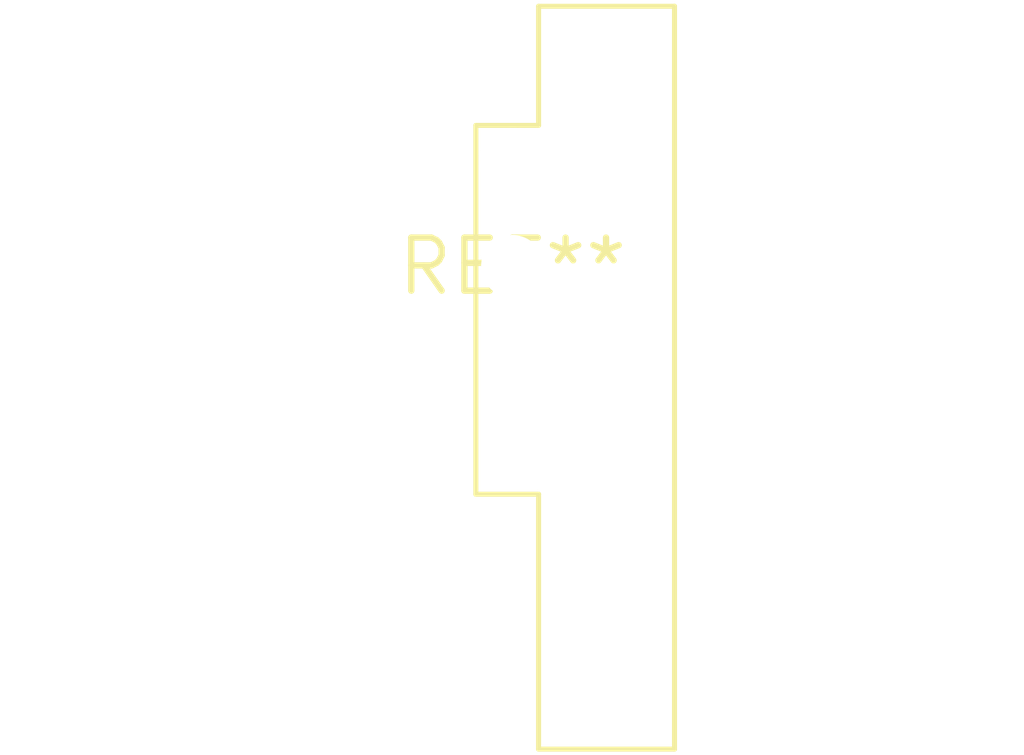
<source format=kicad_pcb>
(kicad_pcb (version 20240108) (generator pcbnew)
  (layers (0 "F.Cu" signal) (31 "B.Cu" signal) (34 "B.Paste" user) (35 "F.Paste" user) (36 "B.SilkS" user "B.Silkscreen") (37 "F.SilkS" user "F.Silkscreen") (38 "B.Mask" user) (39 "F.Mask" user) (44 "Edge.Cuts" user))
  (net 0 "")
  (footprint "Lightpipe_LPF-C012303S" (layer "F.Cu") (at 0 0)
    (property "Reference" "REF**")
    (property "Value" "Lightpipe_LPF-C012303S")
    (fp_line (start -0.875 -3.375) (end -0.875 5.45) (layer "F.SilkS") (stroke (width 0.12)))
    (fp_line (start -0.875 5.45) (end 0.625 5.45) (layer "F.SilkS") (stroke (width 0.12)))
    (fp_line (start 0.625 -6.225) (end 0.625 -3.375) (layer "F.SilkS") (stroke (width 0.12)))
    (fp_line (start 0.625 -3.375) (end -0.875 -3.375) (layer "F.SilkS") (stroke (width 0.12)))
    (fp_line (start 0.625 5.45) (end 0.625 11.55) (layer "F.SilkS") (stroke (width 0.12)))
    (fp_line (start 0.625 11.55) (end 3.875 11.55) (layer "F.SilkS") (stroke (width 0.12)))
    (fp_line (start 3.875 -6.225) (end 0.625 -6.225) (layer "F.SilkS") (stroke (width 0.12)))
    (fp_line (start 3.875 11.55) (end 3.875 -6.225) (layer "F.SilkS") (stroke (width 0.12)))
    (pad "" np_thru_hole circle (at 0 -2.54) (size 1.5 1.5) (drill 1.5) (layers *.Cu *.Mask))
    (pad "" np_thru_hole circle (at 0 0) (size 1.5 1.5) (drill 1.5) (layers *.Cu *.Mask))
  )
)
</source>
